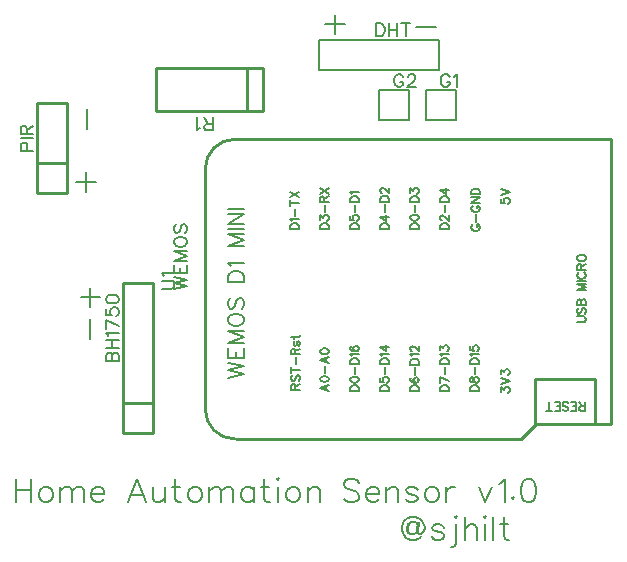
<source format=gto>
G04 Layer: TopSilkLayer*
G04 EasyEDA v6.4.20.6, 2021-08-11T14:47:25--4:00*
G04 69257b7602d440f08016c76432e8c6ee,f06b2ae44ace4e68bcf10d52e37fd181,10*
G04 Gerber Generator version 0.2*
G04 Scale: 100 percent, Rotated: No, Reflected: No *
G04 Dimensions in millimeters *
G04 leading zeros omitted , absolute positions ,4 integer and 5 decimal *
%FSLAX45Y45*%
%MOMM*%

%ADD10C,0.2540*%
%ADD17C,0.2286*%
%ADD18C,0.2032*%
%ADD19C,0.2030*%
%ADD20C,0.1524*%
%ADD21C,0.1778*%

%LPD*%
D18*
X5764529Y2785363D02*
G01*
X5755386Y2803905D01*
X5736843Y2813050D01*
X5709158Y2813050D01*
X5690870Y2803905D01*
X5681472Y2794762D01*
X5672327Y2767076D01*
X5672327Y2739389D01*
X5681472Y2720847D01*
X5700013Y2711450D01*
X5727700Y2711450D01*
X5746241Y2720847D01*
X5755386Y2739389D01*
X5709158Y2813050D02*
G01*
X5690870Y2794762D01*
X5681472Y2767076D01*
X5681472Y2739389D01*
X5690870Y2720847D01*
X5700013Y2711450D01*
X5764529Y2813050D02*
G01*
X5755386Y2739389D01*
X5755386Y2720847D01*
X5773927Y2711450D01*
X5792470Y2711450D01*
X5810758Y2729992D01*
X5820156Y2757678D01*
X5820156Y2776220D01*
X5810758Y2803905D01*
X5801613Y2822447D01*
X5783072Y2840989D01*
X5764529Y2850134D01*
X5736843Y2859278D01*
X5709158Y2859278D01*
X5681472Y2850134D01*
X5662929Y2840989D01*
X5644641Y2822447D01*
X5635243Y2803905D01*
X5626100Y2776220D01*
X5626100Y2748534D01*
X5635243Y2720847D01*
X5644641Y2702305D01*
X5662929Y2683763D01*
X5681472Y2674620D01*
X5709158Y2665476D01*
X5736843Y2665476D01*
X5764529Y2674620D01*
X5783072Y2683763D01*
X5792470Y2693162D01*
X5773927Y2813050D02*
G01*
X5764529Y2739389D01*
X5764529Y2720847D01*
X5773927Y2711450D01*
X5982715Y2767076D02*
G01*
X5973318Y2785363D01*
X5945631Y2794762D01*
X5917945Y2794762D01*
X5890259Y2785363D01*
X5881115Y2767076D01*
X5890259Y2748534D01*
X5908802Y2739389D01*
X5955029Y2729992D01*
X5973318Y2720847D01*
X5982715Y2702305D01*
X5982715Y2693162D01*
X5973318Y2674620D01*
X5945631Y2665476D01*
X5917945Y2665476D01*
X5890259Y2674620D01*
X5881115Y2693162D01*
X6080506Y2859278D02*
G01*
X6089650Y2850134D01*
X6099047Y2859278D01*
X6089650Y2868676D01*
X6080506Y2859278D01*
X6089650Y2794762D02*
G01*
X6089650Y2637789D01*
X6080506Y2609850D01*
X6061963Y2600705D01*
X6043675Y2600705D01*
X6160008Y2859278D02*
G01*
X6160008Y2665476D01*
X6160008Y2757678D02*
G01*
X6187693Y2785363D01*
X6206236Y2794762D01*
X6233922Y2794762D01*
X6252209Y2785363D01*
X6261608Y2757678D01*
X6261608Y2665476D01*
X6322568Y2859278D02*
G01*
X6331711Y2850134D01*
X6341109Y2859278D01*
X6331711Y2868676D01*
X6322568Y2859278D01*
X6331711Y2794762D02*
G01*
X6331711Y2665476D01*
X6402070Y2859278D02*
G01*
X6402070Y2665476D01*
X6490715Y2859278D02*
G01*
X6490715Y2702305D01*
X6499859Y2674620D01*
X6518402Y2665476D01*
X6536690Y2665476D01*
X6463029Y2794762D02*
G01*
X6527545Y2794762D01*
X2362200Y3176778D02*
G01*
X2362200Y2982976D01*
X2491486Y3176778D02*
G01*
X2491486Y2982976D01*
X2362200Y3084576D02*
G01*
X2491486Y3084576D01*
X2598674Y3112262D02*
G01*
X2580131Y3102863D01*
X2561590Y3084576D01*
X2552445Y3056889D01*
X2552445Y3038347D01*
X2561590Y3010662D01*
X2580131Y2992120D01*
X2598674Y2982976D01*
X2626359Y2982976D01*
X2644902Y2992120D01*
X2663190Y3010662D01*
X2672588Y3038347D01*
X2672588Y3056889D01*
X2663190Y3084576D01*
X2644902Y3102863D01*
X2626359Y3112262D01*
X2598674Y3112262D01*
X2733547Y3112262D02*
G01*
X2733547Y2982976D01*
X2733547Y3075178D02*
G01*
X2761234Y3102863D01*
X2779775Y3112262D01*
X2807461Y3112262D01*
X2825750Y3102863D01*
X2835147Y3075178D01*
X2835147Y2982976D01*
X2835147Y3075178D02*
G01*
X2862834Y3102863D01*
X2881375Y3112262D01*
X2909061Y3112262D01*
X2927350Y3102863D01*
X2936747Y3075178D01*
X2936747Y2982976D01*
X2997708Y3056889D02*
G01*
X3108452Y3056889D01*
X3108452Y3075178D01*
X3099308Y3093720D01*
X3089909Y3102863D01*
X3071622Y3112262D01*
X3043936Y3112262D01*
X3025393Y3102863D01*
X3006852Y3084576D01*
X2997708Y3056889D01*
X2997708Y3038347D01*
X3006852Y3010662D01*
X3025393Y2992120D01*
X3043936Y2982976D01*
X3071622Y2982976D01*
X3089909Y2992120D01*
X3108452Y3010662D01*
X3385565Y3176778D02*
G01*
X3311652Y2982976D01*
X3385565Y3176778D02*
G01*
X3459479Y2982976D01*
X3339338Y3047492D02*
G01*
X3431793Y3047492D01*
X3520440Y3112262D02*
G01*
X3520440Y3019805D01*
X3529584Y2992120D01*
X3548125Y2982976D01*
X3575811Y2982976D01*
X3594354Y2992120D01*
X3622040Y3019805D01*
X3622040Y3112262D02*
G01*
X3622040Y2982976D01*
X3710686Y3176778D02*
G01*
X3710686Y3019805D01*
X3719829Y2992120D01*
X3738372Y2982976D01*
X3756913Y2982976D01*
X3683000Y3112262D02*
G01*
X3747770Y3112262D01*
X3864102Y3112262D02*
G01*
X3845559Y3102863D01*
X3827018Y3084576D01*
X3817874Y3056889D01*
X3817874Y3038347D01*
X3827018Y3010662D01*
X3845559Y2992120D01*
X3864102Y2982976D01*
X3891788Y2982976D01*
X3910329Y2992120D01*
X3928618Y3010662D01*
X3938015Y3038347D01*
X3938015Y3056889D01*
X3928618Y3084576D01*
X3910329Y3102863D01*
X3891788Y3112262D01*
X3864102Y3112262D01*
X3998975Y3112262D02*
G01*
X3998975Y2982976D01*
X3998975Y3075178D02*
G01*
X4026661Y3102863D01*
X4044950Y3112262D01*
X4072890Y3112262D01*
X4091177Y3102863D01*
X4100575Y3075178D01*
X4100575Y2982976D01*
X4100575Y3075178D02*
G01*
X4128261Y3102863D01*
X4146550Y3112262D01*
X4174490Y3112262D01*
X4192777Y3102863D01*
X4202175Y3075178D01*
X4202175Y2982976D01*
X4373879Y3112262D02*
G01*
X4373879Y2982976D01*
X4373879Y3084576D02*
G01*
X4355338Y3102863D01*
X4337050Y3112262D01*
X4309109Y3112262D01*
X4290822Y3102863D01*
X4272279Y3084576D01*
X4263136Y3056889D01*
X4263136Y3038347D01*
X4272279Y3010662D01*
X4290822Y2992120D01*
X4309109Y2982976D01*
X4337050Y2982976D01*
X4355338Y2992120D01*
X4373879Y3010662D01*
X4462525Y3176778D02*
G01*
X4462525Y3019805D01*
X4471670Y2992120D01*
X4490211Y2982976D01*
X4508754Y2982976D01*
X4434840Y3112262D02*
G01*
X4499609Y3112262D01*
X4569713Y3176778D02*
G01*
X4578858Y3167634D01*
X4588256Y3176778D01*
X4578858Y3186176D01*
X4569713Y3176778D01*
X4578858Y3112262D02*
G01*
X4578858Y2982976D01*
X4695190Y3112262D02*
G01*
X4676902Y3102863D01*
X4658359Y3084576D01*
X4649215Y3056889D01*
X4649215Y3038347D01*
X4658359Y3010662D01*
X4676902Y2992120D01*
X4695190Y2982976D01*
X4723129Y2982976D01*
X4741418Y2992120D01*
X4759959Y3010662D01*
X4769104Y3038347D01*
X4769104Y3056889D01*
X4759959Y3084576D01*
X4741418Y3102863D01*
X4723129Y3112262D01*
X4695190Y3112262D01*
X4830063Y3112262D02*
G01*
X4830063Y2982976D01*
X4830063Y3075178D02*
G01*
X4857750Y3102863D01*
X4876291Y3112262D01*
X4903977Y3112262D01*
X4922520Y3102863D01*
X4931663Y3075178D01*
X4931663Y2982976D01*
X5264150Y3149092D02*
G01*
X5245861Y3167634D01*
X5218175Y3176778D01*
X5181091Y3176778D01*
X5153406Y3167634D01*
X5134863Y3149092D01*
X5134863Y3130550D01*
X5144261Y3112262D01*
X5153406Y3102863D01*
X5171947Y3093720D01*
X5227320Y3075178D01*
X5245861Y3066034D01*
X5255006Y3056889D01*
X5264150Y3038347D01*
X5264150Y3010662D01*
X5245861Y2992120D01*
X5218175Y2982976D01*
X5181091Y2982976D01*
X5153406Y2992120D01*
X5134863Y3010662D01*
X5325109Y3056889D02*
G01*
X5436108Y3056889D01*
X5436108Y3075178D01*
X5426709Y3093720D01*
X5417565Y3102863D01*
X5399024Y3112262D01*
X5371338Y3112262D01*
X5353050Y3102863D01*
X5334508Y3084576D01*
X5325109Y3056889D01*
X5325109Y3038347D01*
X5334508Y3010662D01*
X5353050Y2992120D01*
X5371338Y2982976D01*
X5399024Y2982976D01*
X5417565Y2992120D01*
X5436108Y3010662D01*
X5497068Y3112262D02*
G01*
X5497068Y2982976D01*
X5497068Y3075178D02*
G01*
X5524754Y3102863D01*
X5543295Y3112262D01*
X5570981Y3112262D01*
X5589270Y3102863D01*
X5598668Y3075178D01*
X5598668Y2982976D01*
X5761227Y3084576D02*
G01*
X5751829Y3102863D01*
X5724143Y3112262D01*
X5696458Y3112262D01*
X5668772Y3102863D01*
X5659627Y3084576D01*
X5668772Y3066034D01*
X5687313Y3056889D01*
X5733541Y3047492D01*
X5751829Y3038347D01*
X5761227Y3019805D01*
X5761227Y3010662D01*
X5751829Y2992120D01*
X5724143Y2982976D01*
X5696458Y2982976D01*
X5668772Y2992120D01*
X5659627Y3010662D01*
X5868415Y3112262D02*
G01*
X5849874Y3102863D01*
X5831331Y3084576D01*
X5822188Y3056889D01*
X5822188Y3038347D01*
X5831331Y3010662D01*
X5849874Y2992120D01*
X5868415Y2982976D01*
X5896102Y2982976D01*
X5914390Y2992120D01*
X5932931Y3010662D01*
X5942329Y3038347D01*
X5942329Y3056889D01*
X5932931Y3084576D01*
X5914390Y3102863D01*
X5896102Y3112262D01*
X5868415Y3112262D01*
X6003290Y3112262D02*
G01*
X6003290Y2982976D01*
X6003290Y3056889D02*
G01*
X6012434Y3084576D01*
X6030975Y3102863D01*
X6049263Y3112262D01*
X6076950Y3112262D01*
X6280150Y3112262D02*
G01*
X6335775Y2982976D01*
X6391147Y3112262D02*
G01*
X6335775Y2982976D01*
X6452108Y3139947D02*
G01*
X6470650Y3149092D01*
X6498336Y3176778D01*
X6498336Y2982976D01*
X6568440Y3028950D02*
G01*
X6559295Y3019805D01*
X6568440Y3010662D01*
X6577584Y3019805D01*
X6568440Y3028950D01*
X6694170Y3176778D02*
G01*
X6666229Y3167634D01*
X6647941Y3139947D01*
X6638543Y3093720D01*
X6638543Y3066034D01*
X6647941Y3019805D01*
X6666229Y2992120D01*
X6694170Y2982976D01*
X6712458Y2982976D01*
X6740143Y2992120D01*
X6758686Y3019805D01*
X6767829Y3066034D01*
X6767829Y3093720D01*
X6758686Y3139947D01*
X6740143Y3167634D01*
X6712458Y3176778D01*
X6694170Y3176778D01*
X2991358Y4800092D02*
G01*
X2991358Y4633976D01*
X2908300Y4717034D02*
G01*
X3074670Y4717034D01*
X2989834Y4533900D02*
G01*
X2989834Y4367529D01*
X2953258Y5777992D02*
G01*
X2953258Y5611876D01*
X2870200Y5694934D02*
G01*
X3036570Y5694934D01*
X2964434Y6311900D02*
G01*
X2964434Y6145529D01*
X5061458Y7111492D02*
G01*
X5061458Y6945376D01*
X4978400Y7028434D02*
G01*
X5144770Y7028434D01*
X5918200Y7005065D02*
G01*
X5751829Y7005065D01*
D20*
X4025900Y6133084D02*
G01*
X4025900Y6242050D01*
X4025900Y6133084D02*
G01*
X3979163Y6133084D01*
X3963670Y6138163D01*
X3958336Y6143497D01*
X3953256Y6153912D01*
X3953256Y6164326D01*
X3958336Y6174739D01*
X3963670Y6179820D01*
X3979163Y6184900D01*
X4025900Y6184900D01*
X3989577Y6184900D02*
G01*
X3953256Y6242050D01*
X3918965Y6153912D02*
G01*
X3908552Y6148578D01*
X3892804Y6133084D01*
X3892804Y6242050D01*
X3123184Y4178300D02*
G01*
X3232150Y4178300D01*
X3123184Y4178300D02*
G01*
X3123184Y4225036D01*
X3128263Y4240529D01*
X3133597Y4245863D01*
X3144011Y4250944D01*
X3154425Y4250944D01*
X3164840Y4245863D01*
X3169920Y4240529D01*
X3175000Y4225036D01*
X3175000Y4178300D02*
G01*
X3175000Y4225036D01*
X3180334Y4240529D01*
X3185413Y4245863D01*
X3195827Y4250944D01*
X3211575Y4250944D01*
X3221990Y4245863D01*
X3227070Y4240529D01*
X3232150Y4225036D01*
X3232150Y4178300D01*
X3123184Y4285234D02*
G01*
X3232150Y4285234D01*
X3123184Y4358131D02*
G01*
X3232150Y4358131D01*
X3175000Y4285234D02*
G01*
X3175000Y4358131D01*
X3144011Y4392421D02*
G01*
X3138677Y4402836D01*
X3123184Y4418329D01*
X3232150Y4418329D01*
X3123184Y4525263D02*
G01*
X3232150Y4473447D01*
X3123184Y4452620D02*
G01*
X3123184Y4525263D01*
X3123184Y4622037D02*
G01*
X3123184Y4569968D01*
X3169920Y4564887D01*
X3164840Y4569968D01*
X3159506Y4585715D01*
X3159506Y4601210D01*
X3164840Y4616704D01*
X3175000Y4627118D01*
X3190747Y4632452D01*
X3201161Y4632452D01*
X3216656Y4627118D01*
X3227070Y4616704D01*
X3232150Y4601210D01*
X3232150Y4585715D01*
X3227070Y4569968D01*
X3221990Y4564887D01*
X3211575Y4559554D01*
X3123184Y4697729D02*
G01*
X3128263Y4682236D01*
X3144011Y4671821D01*
X3169920Y4666742D01*
X3185413Y4666742D01*
X3211575Y4671821D01*
X3227070Y4682236D01*
X3232150Y4697729D01*
X3232150Y4708144D01*
X3227070Y4723892D01*
X3211575Y4734305D01*
X3185413Y4739386D01*
X3169920Y4739386D01*
X3144011Y4734305D01*
X3128263Y4723892D01*
X3123184Y4708144D01*
X3123184Y4697729D01*
X5410200Y7036815D02*
G01*
X5410200Y6927850D01*
X5410200Y7036815D02*
G01*
X5446522Y7036815D01*
X5462270Y7031736D01*
X5472429Y7021321D01*
X5477763Y7010908D01*
X5482843Y6995160D01*
X5482843Y6969252D01*
X5477763Y6953758D01*
X5472429Y6943344D01*
X5462270Y6932929D01*
X5446522Y6927850D01*
X5410200Y6927850D01*
X5517134Y7036815D02*
G01*
X5517134Y6927850D01*
X5590031Y7036815D02*
G01*
X5590031Y6927850D01*
X5517134Y6985000D02*
G01*
X5590031Y6985000D01*
X5660643Y7036815D02*
G01*
X5660643Y6927850D01*
X5624322Y7036815D02*
G01*
X5696965Y7036815D01*
X2399284Y5956300D02*
G01*
X2508250Y5956300D01*
X2399284Y5956300D02*
G01*
X2399284Y6003036D01*
X2404363Y6018529D01*
X2409697Y6023863D01*
X2420111Y6028944D01*
X2435606Y6028944D01*
X2446020Y6023863D01*
X2451100Y6018529D01*
X2456434Y6003036D01*
X2456434Y5956300D01*
X2399284Y6063234D02*
G01*
X2508250Y6063234D01*
X2399284Y6097523D02*
G01*
X2508250Y6097523D01*
X2399284Y6097523D02*
G01*
X2399284Y6144260D01*
X2404363Y6160007D01*
X2409697Y6165087D01*
X2420111Y6170421D01*
X2430525Y6170421D01*
X2440940Y6165087D01*
X2446020Y6160007D01*
X2451100Y6144260D01*
X2451100Y6097523D01*
X2451100Y6134100D02*
G01*
X2508250Y6170421D01*
X3593084Y4787900D02*
G01*
X3671061Y4787900D01*
X3686556Y4792979D01*
X3696970Y4803394D01*
X3702050Y4819142D01*
X3702050Y4829555D01*
X3696970Y4845050D01*
X3686556Y4855463D01*
X3671061Y4860544D01*
X3593084Y4860544D01*
X3613911Y4894834D02*
G01*
X3608577Y4905247D01*
X3593084Y4920995D01*
X3702050Y4920995D01*
D21*
X3699256Y4787900D02*
G01*
X3808222Y4813807D01*
X3699256Y4839970D02*
G01*
X3808222Y4813807D01*
X3699256Y4839970D02*
G01*
X3808222Y4865878D01*
X3699256Y4891786D02*
G01*
X3808222Y4865878D01*
X3699256Y4926076D02*
G01*
X3808222Y4926076D01*
X3699256Y4926076D02*
G01*
X3699256Y4993639D01*
X3751072Y4926076D02*
G01*
X3751072Y4967731D01*
X3808222Y4926076D02*
G01*
X3808222Y4993639D01*
X3699256Y5027929D02*
G01*
X3808222Y5027929D01*
X3699256Y5027929D02*
G01*
X3808222Y5069586D01*
X3699256Y5110987D02*
G01*
X3808222Y5069586D01*
X3699256Y5110987D02*
G01*
X3808222Y5110987D01*
X3699256Y5176520D02*
G01*
X3704336Y5166105D01*
X3714750Y5155692D01*
X3725163Y5150612D01*
X3740911Y5145278D01*
X3766820Y5145278D01*
X3782313Y5150612D01*
X3792727Y5155692D01*
X3803141Y5166105D01*
X3808222Y5176520D01*
X3808222Y5197347D01*
X3803141Y5207762D01*
X3792727Y5218176D01*
X3782313Y5223255D01*
X3766820Y5228589D01*
X3740911Y5228589D01*
X3725163Y5223255D01*
X3714750Y5218176D01*
X3704336Y5207762D01*
X3699256Y5197347D01*
X3699256Y5176520D01*
X3714750Y5335523D02*
G01*
X3704336Y5325110D01*
X3699256Y5309615D01*
X3699256Y5288787D01*
X3704336Y5273039D01*
X3714750Y5262879D01*
X3725163Y5262879D01*
X3735577Y5267960D01*
X3740911Y5273039D01*
X3745991Y5283454D01*
X3756406Y5314695D01*
X3761486Y5325110D01*
X3766820Y5330189D01*
X3777234Y5335523D01*
X3792727Y5335523D01*
X3803141Y5325110D01*
X3808222Y5309615D01*
X3808222Y5288787D01*
X3803141Y5273039D01*
X3792727Y5262879D01*
D20*
X4690874Y3937000D02*
G01*
X4763772Y3937000D01*
X4690874Y3937000D02*
G01*
X4690874Y3968242D01*
X4694430Y3978655D01*
X4697986Y3981957D01*
X4704844Y3985513D01*
X4711702Y3985513D01*
X4718560Y3981957D01*
X4722116Y3978655D01*
X4725672Y3968242D01*
X4725672Y3937000D01*
X4725672Y3961129D02*
G01*
X4763772Y3985513D01*
X4701288Y4056887D02*
G01*
X4694430Y4050029D01*
X4690874Y4039615D01*
X4690874Y4025645D01*
X4694430Y4015231D01*
X4701288Y4008373D01*
X4708400Y4008373D01*
X4715258Y4011929D01*
X4718560Y4015231D01*
X4722116Y4022089D01*
X4728974Y4042918D01*
X4732530Y4050029D01*
X4736086Y4053331D01*
X4742944Y4056887D01*
X4753358Y4056887D01*
X4760216Y4050029D01*
X4763772Y4039615D01*
X4763772Y4025645D01*
X4760216Y4015231D01*
X4753358Y4008373D01*
X4690874Y4103878D02*
G01*
X4763772Y4103878D01*
X4690874Y4079747D02*
G01*
X4690874Y4128262D01*
X4732530Y4151121D02*
G01*
X4732530Y4213352D01*
X4690874Y4236212D02*
G01*
X4763772Y4236212D01*
X4690874Y4236212D02*
G01*
X4690874Y4267454D01*
X4694430Y4277868D01*
X4697986Y4281170D01*
X4704844Y4284726D01*
X4711702Y4284726D01*
X4718560Y4281170D01*
X4722116Y4277868D01*
X4725672Y4267454D01*
X4725672Y4236212D01*
X4725672Y4260595D02*
G01*
X4763772Y4284726D01*
X4725672Y4345686D02*
G01*
X4718560Y4342129D01*
X4715258Y4331970D01*
X4715258Y4321555D01*
X4718560Y4311142D01*
X4725672Y4307586D01*
X4732530Y4311142D01*
X4736086Y4318000D01*
X4739388Y4335271D01*
X4742944Y4342129D01*
X4749802Y4345686D01*
X4753358Y4345686D01*
X4760216Y4342129D01*
X4763772Y4331970D01*
X4763772Y4321555D01*
X4760216Y4311142D01*
X4753358Y4307586D01*
X4690874Y4378960D02*
G01*
X4749802Y4378960D01*
X4760216Y4382515D01*
X4763772Y4389373D01*
X4763772Y4396231D01*
X4715258Y4368545D02*
G01*
X4715258Y4392929D01*
X4936743Y3951986D02*
G01*
X5009641Y3924300D01*
X4936743Y3951986D02*
G01*
X5009641Y3979671D01*
X4985258Y3934713D02*
G01*
X4985258Y3969257D01*
X4936743Y4023360D02*
G01*
X4940300Y4012945D01*
X4950713Y4006087D01*
X4967986Y4002531D01*
X4978400Y4002531D01*
X4995672Y4006087D01*
X5006086Y4012945D01*
X5009641Y4023360D01*
X5009641Y4030218D01*
X5006086Y4040631D01*
X4995672Y4047489D01*
X4978400Y4051045D01*
X4967986Y4051045D01*
X4950713Y4047489D01*
X4940300Y4040631D01*
X4936743Y4030218D01*
X4936743Y4023360D01*
X4978400Y4073905D02*
G01*
X4978400Y4136389D01*
X4936743Y4186936D02*
G01*
X5009641Y4159250D01*
X4936743Y4186936D02*
G01*
X5009641Y4214621D01*
X4985258Y4169410D02*
G01*
X4985258Y4204207D01*
X4936743Y4258310D02*
G01*
X4940300Y4247895D01*
X4950713Y4240784D01*
X4967986Y4237481D01*
X4978400Y4237481D01*
X4995672Y4240784D01*
X5006086Y4247895D01*
X5009641Y4258310D01*
X5009641Y4265168D01*
X5006086Y4275581D01*
X4995672Y4282439D01*
X4978400Y4285995D01*
X4967986Y4285995D01*
X4950713Y4282439D01*
X4940300Y4275581D01*
X4936743Y4265168D01*
X4936743Y4258310D01*
X5190743Y3924300D02*
G01*
X5263641Y3924300D01*
X5190743Y3924300D02*
G01*
X5190743Y3948429D01*
X5194300Y3958844D01*
X5201158Y3965955D01*
X5208270Y3969257D01*
X5218429Y3972813D01*
X5235956Y3972813D01*
X5246370Y3969257D01*
X5253227Y3965955D01*
X5260086Y3958844D01*
X5263641Y3948429D01*
X5263641Y3924300D01*
X5190743Y4016502D02*
G01*
X5194300Y4006087D01*
X5204713Y3999229D01*
X5221986Y3995673D01*
X5232400Y3995673D01*
X5249672Y3999229D01*
X5260086Y4006087D01*
X5263641Y4016502D01*
X5263641Y4023360D01*
X5260086Y4033773D01*
X5249672Y4040631D01*
X5232400Y4044187D01*
X5221986Y4044187D01*
X5204713Y4040631D01*
X5194300Y4033773D01*
X5190743Y4023360D01*
X5190743Y4016502D01*
X5232400Y4067047D02*
G01*
X5232400Y4129278D01*
X5190743Y4152137D02*
G01*
X5263641Y4152137D01*
X5190743Y4152137D02*
G01*
X5190743Y4176521D01*
X5194300Y4186936D01*
X5201158Y4193794D01*
X5208270Y4197350D01*
X5218429Y4200652D01*
X5235956Y4200652D01*
X5246370Y4197350D01*
X5253227Y4193794D01*
X5260086Y4186936D01*
X5263641Y4176521D01*
X5263641Y4152137D01*
X5204713Y4223512D02*
G01*
X5201158Y4230370D01*
X5190743Y4240784D01*
X5263641Y4240784D01*
X5201158Y4305300D02*
G01*
X5194300Y4301744D01*
X5190743Y4291329D01*
X5190743Y4284471D01*
X5194300Y4274057D01*
X5204713Y4267200D01*
X5221986Y4263644D01*
X5239258Y4263644D01*
X5253227Y4267200D01*
X5260086Y4274057D01*
X5263641Y4284471D01*
X5263641Y4288028D01*
X5260086Y4298442D01*
X5253227Y4305300D01*
X5242813Y4308855D01*
X5239258Y4308855D01*
X5228843Y4305300D01*
X5221986Y4298442D01*
X5218429Y4288028D01*
X5218429Y4284471D01*
X5221986Y4274057D01*
X5228843Y4267200D01*
X5239258Y4263644D01*
X5444743Y3924300D02*
G01*
X5517641Y3924300D01*
X5444743Y3924300D02*
G01*
X5444743Y3948429D01*
X5448300Y3958844D01*
X5455158Y3965955D01*
X5462270Y3969257D01*
X5472429Y3972813D01*
X5489956Y3972813D01*
X5500370Y3969257D01*
X5507227Y3965955D01*
X5514086Y3958844D01*
X5517641Y3948429D01*
X5517641Y3924300D01*
X5444743Y4037329D02*
G01*
X5444743Y4002531D01*
X5475986Y3999229D01*
X5472429Y4002531D01*
X5469127Y4012945D01*
X5469127Y4023360D01*
X5472429Y4033773D01*
X5479541Y4040631D01*
X5489956Y4044187D01*
X5496813Y4044187D01*
X5507227Y4040631D01*
X5514086Y4033773D01*
X5517641Y4023360D01*
X5517641Y4012945D01*
X5514086Y4002531D01*
X5510529Y3999229D01*
X5503672Y3995673D01*
X5486400Y4067047D02*
G01*
X5486400Y4129278D01*
X5444743Y4152137D02*
G01*
X5517641Y4152137D01*
X5444743Y4152137D02*
G01*
X5444743Y4176521D01*
X5448300Y4186936D01*
X5455158Y4193794D01*
X5462270Y4197350D01*
X5472429Y4200652D01*
X5489956Y4200652D01*
X5500370Y4197350D01*
X5507227Y4193794D01*
X5514086Y4186936D01*
X5517641Y4176521D01*
X5517641Y4152137D01*
X5458713Y4223512D02*
G01*
X5455158Y4230370D01*
X5444743Y4240784D01*
X5517641Y4240784D01*
X5444743Y4298442D02*
G01*
X5493258Y4263644D01*
X5493258Y4315713D01*
X5444743Y4298442D02*
G01*
X5517641Y4298442D01*
X5698743Y3924300D02*
G01*
X5771641Y3924300D01*
X5698743Y3924300D02*
G01*
X5698743Y3948429D01*
X5702300Y3958844D01*
X5709158Y3965955D01*
X5716270Y3969257D01*
X5726429Y3972813D01*
X5743956Y3972813D01*
X5754370Y3969257D01*
X5761227Y3965955D01*
X5768086Y3958844D01*
X5771641Y3948429D01*
X5771641Y3924300D01*
X5709158Y4037329D02*
G01*
X5702300Y4033773D01*
X5698743Y4023360D01*
X5698743Y4016502D01*
X5702300Y4006087D01*
X5712713Y3999229D01*
X5729986Y3995673D01*
X5747258Y3995673D01*
X5761227Y3999229D01*
X5768086Y4006087D01*
X5771641Y4016502D01*
X5771641Y4019804D01*
X5768086Y4030218D01*
X5761227Y4037329D01*
X5750813Y4040631D01*
X5747258Y4040631D01*
X5736843Y4037329D01*
X5729986Y4030218D01*
X5726429Y4019804D01*
X5726429Y4016502D01*
X5729986Y4006087D01*
X5736843Y3999229D01*
X5747258Y3995673D01*
X5740400Y4063492D02*
G01*
X5740400Y4125976D01*
X5698743Y4148836D02*
G01*
X5771641Y4148836D01*
X5698743Y4148836D02*
G01*
X5698743Y4172965D01*
X5702300Y4183379D01*
X5709158Y4190237D01*
X5716270Y4193794D01*
X5726429Y4197350D01*
X5743956Y4197350D01*
X5754370Y4193794D01*
X5761227Y4190237D01*
X5768086Y4183379D01*
X5771641Y4172965D01*
X5771641Y4148836D01*
X5712713Y4220210D02*
G01*
X5709158Y4227068D01*
X5698743Y4237481D01*
X5771641Y4237481D01*
X5716270Y4263644D02*
G01*
X5712713Y4263644D01*
X5705856Y4267200D01*
X5702300Y4270755D01*
X5698743Y4277613D01*
X5698743Y4291329D01*
X5702300Y4298442D01*
X5705856Y4301744D01*
X5712713Y4305300D01*
X5719572Y4305300D01*
X5726429Y4301744D01*
X5736843Y4294886D01*
X5771641Y4260342D01*
X5771641Y4308855D01*
X5952743Y3924300D02*
G01*
X6025641Y3924300D01*
X5952743Y3924300D02*
G01*
X5952743Y3948429D01*
X5956300Y3958844D01*
X5963158Y3965955D01*
X5970270Y3969257D01*
X5980429Y3972813D01*
X5997956Y3972813D01*
X6008370Y3969257D01*
X6015227Y3965955D01*
X6022086Y3958844D01*
X6025641Y3948429D01*
X6025641Y3924300D01*
X5952743Y4044187D02*
G01*
X6025641Y4009389D01*
X5952743Y3995673D02*
G01*
X5952743Y4044187D01*
X5994400Y4067047D02*
G01*
X5994400Y4129278D01*
X5952743Y4152137D02*
G01*
X6025641Y4152137D01*
X5952743Y4152137D02*
G01*
X5952743Y4176521D01*
X5956300Y4186936D01*
X5963158Y4193794D01*
X5970270Y4197350D01*
X5980429Y4200652D01*
X5997956Y4200652D01*
X6008370Y4197350D01*
X6015227Y4193794D01*
X6022086Y4186936D01*
X6025641Y4176521D01*
X6025641Y4152137D01*
X5966713Y4223512D02*
G01*
X5963158Y4230370D01*
X5952743Y4240784D01*
X6025641Y4240784D01*
X5952743Y4270755D02*
G01*
X5952743Y4308855D01*
X5980429Y4288028D01*
X5980429Y4298442D01*
X5983986Y4305300D01*
X5987541Y4308855D01*
X5997956Y4312157D01*
X6004813Y4312157D01*
X6015227Y4308855D01*
X6022086Y4301744D01*
X6025641Y4291329D01*
X6025641Y4281170D01*
X6022086Y4270755D01*
X6018529Y4267200D01*
X6011672Y4263644D01*
X6206743Y3924300D02*
G01*
X6279641Y3924300D01*
X6206743Y3924300D02*
G01*
X6206743Y3948429D01*
X6210300Y3958844D01*
X6217158Y3965955D01*
X6224270Y3969257D01*
X6234429Y3972813D01*
X6251956Y3972813D01*
X6262370Y3969257D01*
X6269227Y3965955D01*
X6276086Y3958844D01*
X6279641Y3948429D01*
X6279641Y3924300D01*
X6206743Y4012945D02*
G01*
X6210300Y4002531D01*
X6217158Y3999229D01*
X6224270Y3999229D01*
X6231127Y4002531D01*
X6234429Y4009389D01*
X6237986Y4023360D01*
X6241541Y4033773D01*
X6248400Y4040631D01*
X6255258Y4044187D01*
X6265672Y4044187D01*
X6272529Y4040631D01*
X6276086Y4037329D01*
X6279641Y4026915D01*
X6279641Y4012945D01*
X6276086Y4002531D01*
X6272529Y3999229D01*
X6265672Y3995673D01*
X6255258Y3995673D01*
X6248400Y3999229D01*
X6241541Y4006087D01*
X6237986Y4016502D01*
X6234429Y4030218D01*
X6231127Y4037329D01*
X6224270Y4040631D01*
X6217158Y4040631D01*
X6210300Y4037329D01*
X6206743Y4026915D01*
X6206743Y4012945D01*
X6248400Y4067047D02*
G01*
X6248400Y4129278D01*
X6206743Y4152137D02*
G01*
X6279641Y4152137D01*
X6206743Y4152137D02*
G01*
X6206743Y4176521D01*
X6210300Y4186936D01*
X6217158Y4193794D01*
X6224270Y4197350D01*
X6234429Y4200652D01*
X6251956Y4200652D01*
X6262370Y4197350D01*
X6269227Y4193794D01*
X6276086Y4186936D01*
X6279641Y4176521D01*
X6279641Y4152137D01*
X6220713Y4223512D02*
G01*
X6217158Y4230370D01*
X6206743Y4240784D01*
X6279641Y4240784D01*
X6206743Y4305300D02*
G01*
X6206743Y4270755D01*
X6237986Y4267200D01*
X6234429Y4270755D01*
X6231127Y4281170D01*
X6231127Y4291329D01*
X6234429Y4301744D01*
X6241541Y4308855D01*
X6251956Y4312157D01*
X6258813Y4312157D01*
X6269227Y4308855D01*
X6276086Y4301744D01*
X6279641Y4291329D01*
X6279641Y4281170D01*
X6276086Y4270755D01*
X6272529Y4267200D01*
X6265672Y4263644D01*
X6468869Y3918457D02*
G01*
X6468869Y3956557D01*
X6496555Y3935729D01*
X6496555Y3946144D01*
X6500111Y3953255D01*
X6503667Y3956557D01*
X6514081Y3960113D01*
X6520939Y3960113D01*
X6531353Y3956557D01*
X6538211Y3949700D01*
X6541767Y3939286D01*
X6541767Y3928871D01*
X6538211Y3918457D01*
X6534655Y3915155D01*
X6527797Y3911600D01*
X6468869Y3982973D02*
G01*
X6541767Y4010660D01*
X6468869Y4038345D02*
G01*
X6541767Y4010660D01*
X6468869Y4068063D02*
G01*
X6468869Y4106163D01*
X6496555Y4085589D01*
X6496555Y4095750D01*
X6500111Y4102862D01*
X6503667Y4106163D01*
X6514081Y4109720D01*
X6520939Y4109720D01*
X6531353Y4106163D01*
X6538211Y4099305D01*
X6541767Y4088892D01*
X6541767Y4078478D01*
X6538211Y4068063D01*
X6534655Y4064762D01*
X6527797Y4061205D01*
X6468872Y5553455D02*
G01*
X6468872Y5518657D01*
X6500113Y5515355D01*
X6496558Y5518657D01*
X6493256Y5529071D01*
X6493256Y5539486D01*
X6496558Y5549900D01*
X6503670Y5556757D01*
X6514084Y5560313D01*
X6520941Y5560313D01*
X6531356Y5556757D01*
X6538213Y5549900D01*
X6541770Y5539486D01*
X6541770Y5529071D01*
X6538213Y5518657D01*
X6534658Y5515355D01*
X6527800Y5511800D01*
X6468872Y5583173D02*
G01*
X6541770Y5610860D01*
X6468872Y5638545D02*
G01*
X6541770Y5610860D01*
X6232400Y5335270D02*
G01*
X6225288Y5331713D01*
X6218430Y5324855D01*
X6214874Y5317744D01*
X6214874Y5304028D01*
X6218430Y5297170D01*
X6225288Y5290057D01*
X6232400Y5286755D01*
X6242560Y5283200D01*
X6260086Y5283200D01*
X6270500Y5286755D01*
X6277358Y5290057D01*
X6284216Y5297170D01*
X6287772Y5304028D01*
X6287772Y5317744D01*
X6284216Y5324855D01*
X6277358Y5331713D01*
X6270500Y5335270D01*
X6260086Y5335270D01*
X6260086Y5317744D02*
G01*
X6260086Y5335270D01*
X6256530Y5358129D02*
G01*
X6256530Y5420360D01*
X6232400Y5495289D02*
G01*
X6225288Y5491734D01*
X6218430Y5484876D01*
X6214874Y5477763D01*
X6214874Y5464047D01*
X6218430Y5457189D01*
X6225288Y5450078D01*
X6232400Y5446776D01*
X6242560Y5443220D01*
X6260086Y5443220D01*
X6270500Y5446776D01*
X6277358Y5450078D01*
X6284216Y5457189D01*
X6287772Y5464047D01*
X6287772Y5477763D01*
X6284216Y5484876D01*
X6277358Y5491734D01*
X6270500Y5495289D01*
X6260086Y5495289D01*
X6260086Y5477763D02*
G01*
X6260086Y5495289D01*
X6214874Y5518150D02*
G01*
X6287772Y5518150D01*
X6214874Y5518150D02*
G01*
X6287772Y5566410D01*
X6214874Y5566410D02*
G01*
X6287772Y5566410D01*
X6214874Y5589270D02*
G01*
X6287772Y5589270D01*
X6214874Y5589270D02*
G01*
X6214874Y5613654D01*
X6218430Y5624068D01*
X6225288Y5630926D01*
X6232400Y5634481D01*
X6242560Y5637784D01*
X6260086Y5637784D01*
X6270500Y5634481D01*
X6277358Y5630926D01*
X6284216Y5624068D01*
X6287772Y5613654D01*
X6287772Y5589270D01*
X5952743Y5295900D02*
G01*
X6025641Y5295900D01*
X5952743Y5295900D02*
G01*
X5952743Y5320029D01*
X5956300Y5330444D01*
X5963158Y5337555D01*
X5970270Y5340857D01*
X5980429Y5344413D01*
X5997956Y5344413D01*
X6008370Y5340857D01*
X6015227Y5337555D01*
X6022086Y5330444D01*
X6025641Y5320029D01*
X6025641Y5295900D01*
X5970270Y5370829D02*
G01*
X5966713Y5370829D01*
X5959856Y5374131D01*
X5956300Y5377687D01*
X5952743Y5384545D01*
X5952743Y5398515D01*
X5956300Y5405373D01*
X5959856Y5408929D01*
X5966713Y5412231D01*
X5973572Y5412231D01*
X5980429Y5408929D01*
X5990843Y5401818D01*
X6025641Y5367273D01*
X6025641Y5415787D01*
X5994400Y5438647D02*
G01*
X5994400Y5500878D01*
X5952743Y5523737D02*
G01*
X6025641Y5523737D01*
X5952743Y5523737D02*
G01*
X5952743Y5548121D01*
X5956300Y5558536D01*
X5963158Y5565394D01*
X5970270Y5568950D01*
X5980429Y5572252D01*
X5997956Y5572252D01*
X6008370Y5568950D01*
X6015227Y5565394D01*
X6022086Y5558536D01*
X6025641Y5548121D01*
X6025641Y5523737D01*
X5952743Y5629910D02*
G01*
X6001258Y5595112D01*
X6001258Y5647181D01*
X5952743Y5629910D02*
G01*
X6025641Y5629910D01*
X5698743Y5295900D02*
G01*
X5771641Y5295900D01*
X5698743Y5295900D02*
G01*
X5698743Y5320029D01*
X5702300Y5330444D01*
X5709158Y5337555D01*
X5716270Y5340857D01*
X5726429Y5344413D01*
X5743956Y5344413D01*
X5754370Y5340857D01*
X5761227Y5337555D01*
X5768086Y5330444D01*
X5771641Y5320029D01*
X5771641Y5295900D01*
X5698743Y5388102D02*
G01*
X5702300Y5377687D01*
X5712713Y5370829D01*
X5729986Y5367273D01*
X5740400Y5367273D01*
X5757672Y5370829D01*
X5768086Y5377687D01*
X5771641Y5388102D01*
X5771641Y5394960D01*
X5768086Y5405373D01*
X5757672Y5412231D01*
X5740400Y5415787D01*
X5729986Y5415787D01*
X5712713Y5412231D01*
X5702300Y5405373D01*
X5698743Y5394960D01*
X5698743Y5388102D01*
X5740400Y5438647D02*
G01*
X5740400Y5500878D01*
X5698743Y5523737D02*
G01*
X5771641Y5523737D01*
X5698743Y5523737D02*
G01*
X5698743Y5548121D01*
X5702300Y5558536D01*
X5709158Y5565394D01*
X5716270Y5568950D01*
X5726429Y5572252D01*
X5743956Y5572252D01*
X5754370Y5568950D01*
X5761227Y5565394D01*
X5768086Y5558536D01*
X5771641Y5548121D01*
X5771641Y5523737D01*
X5698743Y5601970D02*
G01*
X5698743Y5640070D01*
X5726429Y5619495D01*
X5726429Y5629910D01*
X5729986Y5636768D01*
X5733541Y5640070D01*
X5743956Y5643626D01*
X5750813Y5643626D01*
X5761227Y5640070D01*
X5768086Y5633212D01*
X5771641Y5622797D01*
X5771641Y5612384D01*
X5768086Y5601970D01*
X5764529Y5598668D01*
X5757672Y5595112D01*
X5444743Y5295900D02*
G01*
X5517641Y5295900D01*
X5444743Y5295900D02*
G01*
X5444743Y5320029D01*
X5448300Y5330444D01*
X5455158Y5337555D01*
X5462270Y5340857D01*
X5472429Y5344413D01*
X5489956Y5344413D01*
X5500370Y5340857D01*
X5507227Y5337555D01*
X5514086Y5330444D01*
X5517641Y5320029D01*
X5517641Y5295900D01*
X5444743Y5401818D02*
G01*
X5493258Y5367273D01*
X5493258Y5419089D01*
X5444743Y5401818D02*
G01*
X5517641Y5401818D01*
X5486400Y5441950D02*
G01*
X5486400Y5504434D01*
X5444743Y5527294D02*
G01*
X5517641Y5527294D01*
X5444743Y5527294D02*
G01*
X5444743Y5551423D01*
X5448300Y5561837D01*
X5455158Y5568950D01*
X5462270Y5572252D01*
X5472429Y5575807D01*
X5489956Y5575807D01*
X5500370Y5572252D01*
X5507227Y5568950D01*
X5514086Y5561837D01*
X5517641Y5551423D01*
X5517641Y5527294D01*
X5462270Y5601970D02*
G01*
X5458713Y5601970D01*
X5451856Y5605526D01*
X5448300Y5609081D01*
X5444743Y5615939D01*
X5444743Y5629910D01*
X5448300Y5636768D01*
X5451856Y5640070D01*
X5458713Y5643626D01*
X5465572Y5643626D01*
X5472429Y5640070D01*
X5482843Y5633212D01*
X5517641Y5598668D01*
X5517641Y5647181D01*
X5190743Y5295900D02*
G01*
X5263641Y5295900D01*
X5190743Y5295900D02*
G01*
X5190743Y5320029D01*
X5194300Y5330444D01*
X5201158Y5337555D01*
X5208270Y5340857D01*
X5218429Y5344413D01*
X5235956Y5344413D01*
X5246370Y5340857D01*
X5253227Y5337555D01*
X5260086Y5330444D01*
X5263641Y5320029D01*
X5263641Y5295900D01*
X5190743Y5408929D02*
G01*
X5190743Y5374131D01*
X5221986Y5370829D01*
X5218429Y5374131D01*
X5215127Y5384545D01*
X5215127Y5394960D01*
X5218429Y5405373D01*
X5225541Y5412231D01*
X5235956Y5415787D01*
X5242813Y5415787D01*
X5253227Y5412231D01*
X5260086Y5405373D01*
X5263641Y5394960D01*
X5263641Y5384545D01*
X5260086Y5374131D01*
X5256529Y5370829D01*
X5249672Y5367273D01*
X5232400Y5438647D02*
G01*
X5232400Y5500878D01*
X5190743Y5523737D02*
G01*
X5263641Y5523737D01*
X5190743Y5523737D02*
G01*
X5190743Y5548121D01*
X5194300Y5558536D01*
X5201158Y5565394D01*
X5208270Y5568950D01*
X5218429Y5572252D01*
X5235956Y5572252D01*
X5246370Y5568950D01*
X5253227Y5565394D01*
X5260086Y5558536D01*
X5263641Y5548121D01*
X5263641Y5523737D01*
X5204713Y5595112D02*
G01*
X5201158Y5601970D01*
X5190743Y5612384D01*
X5263641Y5612384D01*
X4936743Y5295900D02*
G01*
X5009641Y5295900D01*
X4936743Y5295900D02*
G01*
X4936743Y5320029D01*
X4940300Y5330444D01*
X4947158Y5337555D01*
X4954270Y5340857D01*
X4964429Y5344413D01*
X4981956Y5344413D01*
X4992370Y5340857D01*
X4999227Y5337555D01*
X5006086Y5330444D01*
X5009641Y5320029D01*
X5009641Y5295900D01*
X4936743Y5374131D02*
G01*
X4936743Y5412231D01*
X4964429Y5391404D01*
X4964429Y5401818D01*
X4967986Y5408929D01*
X4971541Y5412231D01*
X4981956Y5415787D01*
X4988813Y5415787D01*
X4999227Y5412231D01*
X5006086Y5405373D01*
X5009641Y5394960D01*
X5009641Y5384545D01*
X5006086Y5374131D01*
X5002529Y5370829D01*
X4995672Y5367273D01*
X4978400Y5438647D02*
G01*
X4978400Y5500878D01*
X4936743Y5523737D02*
G01*
X5009641Y5523737D01*
X4936743Y5523737D02*
G01*
X4936743Y5554979D01*
X4940300Y5565394D01*
X4943856Y5568950D01*
X4950713Y5572252D01*
X4957572Y5572252D01*
X4964429Y5568950D01*
X4967986Y5565394D01*
X4971541Y5554979D01*
X4971541Y5523737D01*
X4971541Y5548121D02*
G01*
X5009641Y5572252D01*
X4936743Y5595112D02*
G01*
X5009641Y5643626D01*
X4936743Y5643626D02*
G01*
X5009641Y5595112D01*
X4682743Y5295900D02*
G01*
X4755641Y5295900D01*
X4682743Y5295900D02*
G01*
X4682743Y5320029D01*
X4686300Y5330444D01*
X4693158Y5337555D01*
X4700270Y5340857D01*
X4710429Y5344413D01*
X4727956Y5344413D01*
X4738370Y5340857D01*
X4745227Y5337555D01*
X4752086Y5330444D01*
X4755641Y5320029D01*
X4755641Y5295900D01*
X4696713Y5367273D02*
G01*
X4693158Y5374131D01*
X4682743Y5384545D01*
X4755641Y5384545D01*
X4724400Y5407405D02*
G01*
X4724400Y5469889D01*
X4682743Y5516879D02*
G01*
X4755641Y5516879D01*
X4682743Y5492750D02*
G01*
X4682743Y5541010D01*
X4682743Y5563870D02*
G01*
X4755641Y5612384D01*
X4682743Y5612384D02*
G01*
X4755641Y5563870D01*
X4157472Y4038600D02*
G01*
X4291075Y4070350D01*
X4157472Y4102354D02*
G01*
X4291075Y4070350D01*
X4157472Y4102354D02*
G01*
X4291075Y4134104D01*
X4157472Y4165854D02*
G01*
X4291075Y4134104D01*
X4157472Y4207763D02*
G01*
X4291075Y4207763D01*
X4157472Y4207763D02*
G01*
X4157472Y4290568D01*
X4221225Y4207763D02*
G01*
X4221225Y4258818D01*
X4291075Y4207763D02*
G01*
X4291075Y4290568D01*
X4157472Y4332478D02*
G01*
X4291075Y4332478D01*
X4157472Y4332478D02*
G01*
X4291075Y4383531D01*
X4157472Y4434331D02*
G01*
X4291075Y4383531D01*
X4157472Y4434331D02*
G01*
X4291075Y4434331D01*
X4157472Y4514595D02*
G01*
X4163822Y4501895D01*
X4176775Y4489195D01*
X4189475Y4482845D01*
X4208525Y4476495D01*
X4240275Y4476495D01*
X4259325Y4482845D01*
X4272025Y4489195D01*
X4284725Y4501895D01*
X4291075Y4514595D01*
X4291075Y4539995D01*
X4284725Y4552695D01*
X4272025Y4565395D01*
X4259325Y4571745D01*
X4240275Y4578350D01*
X4208525Y4578350D01*
X4189475Y4571745D01*
X4176775Y4565395D01*
X4163822Y4552695D01*
X4157472Y4539995D01*
X4157472Y4514595D01*
X4176775Y4709413D02*
G01*
X4163822Y4696713D01*
X4157472Y4677410D01*
X4157472Y4652010D01*
X4163822Y4632960D01*
X4176775Y4620260D01*
X4189475Y4620260D01*
X4202175Y4626610D01*
X4208525Y4632960D01*
X4214875Y4645660D01*
X4227575Y4683760D01*
X4233925Y4696713D01*
X4240275Y4703063D01*
X4252975Y4709413D01*
X4272025Y4709413D01*
X4284725Y4696713D01*
X4291075Y4677410D01*
X4291075Y4652010D01*
X4284725Y4632960D01*
X4272025Y4620260D01*
X4157472Y4849368D02*
G01*
X4291075Y4849368D01*
X4157472Y4849368D02*
G01*
X4157472Y4893818D01*
X4163822Y4912868D01*
X4176775Y4925568D01*
X4189475Y4932171D01*
X4208525Y4938521D01*
X4240275Y4938521D01*
X4259325Y4932171D01*
X4272025Y4925568D01*
X4284725Y4912868D01*
X4291075Y4893818D01*
X4291075Y4849368D01*
X4183125Y4980431D02*
G01*
X4176775Y4993131D01*
X4157472Y5012181D01*
X4291075Y5012181D01*
X4157472Y5152136D02*
G01*
X4291075Y5152136D01*
X4157472Y5152136D02*
G01*
X4291075Y5203189D01*
X4157472Y5253989D02*
G01*
X4291075Y5203189D01*
X4157472Y5253989D02*
G01*
X4291075Y5253989D01*
X4157472Y5296154D02*
G01*
X4291075Y5296154D01*
X4157472Y5338063D02*
G01*
X4291075Y5338063D01*
X4157472Y5338063D02*
G01*
X4291075Y5427218D01*
X4157472Y5427218D02*
G01*
X4291075Y5427218D01*
X4157472Y5469128D02*
G01*
X4291075Y5469128D01*
X7112000Y4508500D02*
G01*
X7164070Y4508500D01*
X7174484Y4512055D01*
X7181341Y4518913D01*
X7184897Y4529328D01*
X7184897Y4536186D01*
X7181341Y4546600D01*
X7174484Y4553457D01*
X7164070Y4557013D01*
X7112000Y4557013D01*
X7122413Y4628387D02*
G01*
X7115556Y4621529D01*
X7112000Y4611115D01*
X7112000Y4597145D01*
X7115556Y4586731D01*
X7122413Y4579873D01*
X7129525Y4579873D01*
X7136384Y4583429D01*
X7139686Y4586731D01*
X7143241Y4593589D01*
X7150100Y4614418D01*
X7153656Y4621529D01*
X7157211Y4624831D01*
X7164070Y4628387D01*
X7174484Y4628387D01*
X7181341Y4621529D01*
X7184897Y4611115D01*
X7184897Y4597145D01*
X7181341Y4586731D01*
X7174484Y4579873D01*
X7112000Y4651247D02*
G01*
X7184897Y4651247D01*
X7112000Y4651247D02*
G01*
X7112000Y4682489D01*
X7115556Y4692650D01*
X7119111Y4696205D01*
X7125970Y4699762D01*
X7132827Y4699762D01*
X7139686Y4696205D01*
X7143241Y4692650D01*
X7146797Y4682489D01*
X7146797Y4651247D02*
G01*
X7146797Y4682489D01*
X7150100Y4692650D01*
X7153656Y4696205D01*
X7160513Y4699762D01*
X7170927Y4699762D01*
X7177786Y4696205D01*
X7181341Y4692650D01*
X7184897Y4682489D01*
X7184897Y4651247D01*
X7112000Y4775962D02*
G01*
X7184897Y4775962D01*
X7112000Y4775962D02*
G01*
X7184897Y4803647D01*
X7112000Y4831334D02*
G01*
X7184897Y4803647D01*
X7112000Y4831334D02*
G01*
X7184897Y4831334D01*
X7112000Y4854194D02*
G01*
X7184897Y4854194D01*
X7129525Y4928870D02*
G01*
X7122413Y4925568D01*
X7115556Y4918710D01*
X7112000Y4911597D01*
X7112000Y4897881D01*
X7115556Y4890770D01*
X7122413Y4883912D01*
X7129525Y4880610D01*
X7139686Y4877054D01*
X7157211Y4877054D01*
X7167625Y4880610D01*
X7174484Y4883912D01*
X7181341Y4890770D01*
X7184897Y4897881D01*
X7184897Y4911597D01*
X7181341Y4918710D01*
X7174484Y4925568D01*
X7167625Y4928870D01*
X7112000Y4951729D02*
G01*
X7184897Y4951729D01*
X7112000Y4951729D02*
G01*
X7112000Y4982971D01*
X7115556Y4993386D01*
X7119111Y4996942D01*
X7125970Y5000244D01*
X7132827Y5000244D01*
X7139686Y4996942D01*
X7143241Y4993386D01*
X7146797Y4982971D01*
X7146797Y4951729D01*
X7146797Y4976113D02*
G01*
X7184897Y5000244D01*
X7112000Y5043931D02*
G01*
X7115556Y5037073D01*
X7122413Y5030215D01*
X7129525Y5026660D01*
X7139686Y5023104D01*
X7157211Y5023104D01*
X7167625Y5026660D01*
X7174484Y5030215D01*
X7181341Y5037073D01*
X7184897Y5043931D01*
X7184897Y5057902D01*
X7181341Y5064760D01*
X7174484Y5071618D01*
X7167625Y5075173D01*
X7157211Y5078729D01*
X7139686Y5078729D01*
X7129525Y5075173D01*
X7122413Y5071618D01*
X7115556Y5064760D01*
X7112000Y5057902D01*
X7112000Y5043931D01*
X7176770Y3759200D02*
G01*
X7176770Y3832097D01*
X7176770Y3759200D02*
G01*
X7145527Y3759200D01*
X7135113Y3762755D01*
X7131811Y3766312D01*
X7128256Y3773170D01*
X7128256Y3780028D01*
X7131811Y3786886D01*
X7135113Y3790442D01*
X7145527Y3793997D01*
X7176770Y3793997D01*
X7152640Y3793997D02*
G01*
X7128256Y3832097D01*
X7105395Y3759200D02*
G01*
X7105395Y3832097D01*
X7105395Y3759200D02*
G01*
X7060438Y3759200D01*
X7105395Y3793997D02*
G01*
X7077709Y3793997D01*
X7105395Y3832097D02*
G01*
X7060438Y3832097D01*
X6989063Y3769613D02*
G01*
X6995922Y3762755D01*
X7006336Y3759200D01*
X7020306Y3759200D01*
X7030720Y3762755D01*
X7037577Y3769613D01*
X7037577Y3776726D01*
X7034022Y3783584D01*
X7030720Y3786886D01*
X7023608Y3790442D01*
X7002779Y3797300D01*
X6995922Y3800855D01*
X6992620Y3804412D01*
X6989063Y3811270D01*
X6989063Y3821684D01*
X6995922Y3828542D01*
X7006336Y3832097D01*
X7020306Y3832097D01*
X7030720Y3828542D01*
X7037577Y3821684D01*
X6966204Y3759200D02*
G01*
X6966204Y3832097D01*
X6966204Y3759200D02*
G01*
X6921245Y3759200D01*
X6966204Y3793997D02*
G01*
X6938518Y3793997D01*
X6966204Y3832097D02*
G01*
X6921245Y3832097D01*
X6874002Y3759200D02*
G01*
X6874002Y3832097D01*
X6898386Y3759200D02*
G01*
X6849872Y3759200D01*
X6034277Y6581647D02*
G01*
X6028943Y6592062D01*
X6018529Y6602476D01*
X6008370Y6607555D01*
X5987541Y6607555D01*
X5977127Y6602476D01*
X5966713Y6592062D01*
X5961379Y6581647D01*
X5956300Y6565900D01*
X5956300Y6539992D01*
X5961379Y6524497D01*
X5966713Y6514084D01*
X5977127Y6503670D01*
X5987541Y6498589D01*
X6008370Y6498589D01*
X6018529Y6503670D01*
X6028943Y6514084D01*
X6034277Y6524497D01*
X6034277Y6539992D01*
X6008370Y6539992D02*
G01*
X6034277Y6539992D01*
X6068568Y6586728D02*
G01*
X6078981Y6592062D01*
X6094475Y6607555D01*
X6094475Y6498589D01*
X5640577Y6581647D02*
G01*
X5635243Y6592062D01*
X5624829Y6602476D01*
X5614670Y6607555D01*
X5593841Y6607555D01*
X5583427Y6602476D01*
X5573013Y6592062D01*
X5567679Y6581647D01*
X5562600Y6565900D01*
X5562600Y6539992D01*
X5567679Y6524497D01*
X5573013Y6514084D01*
X5583427Y6503670D01*
X5593841Y6498589D01*
X5614670Y6498589D01*
X5624829Y6503670D01*
X5635243Y6514084D01*
X5640577Y6524497D01*
X5640577Y6539992D01*
X5614670Y6539992D02*
G01*
X5640577Y6539992D01*
X5679947Y6581647D02*
G01*
X5679947Y6586728D01*
X5685281Y6597142D01*
X5690361Y6602476D01*
X5700775Y6607555D01*
X5721604Y6607555D01*
X5732018Y6602476D01*
X5737097Y6597142D01*
X5742431Y6586728D01*
X5742431Y6576313D01*
X5737097Y6565900D01*
X5726684Y6550405D01*
X5674868Y6498589D01*
X5747511Y6498589D01*
D17*
X4317974Y6654774D02*
G01*
X4317974Y6299174D01*
D10*
X4450486Y6296990D02*
G01*
X3550488Y6296990D01*
X3550488Y6656984D01*
X4450486Y6656984D01*
X4450486Y6296990D01*
X3263900Y4838700D02*
G01*
X3263900Y3759200D01*
X3263900Y3827543D02*
G01*
X3517900Y3827543D01*
X3263900Y3759200D02*
G01*
X3263900Y3568700D01*
X3517900Y3568700D01*
X3517900Y4838700D01*
X3263900Y4838700D01*
D18*
X5943600Y6896100D02*
G01*
X5943600Y6642100D01*
X4927600Y6642100D01*
X4927600Y6896100D01*
X5118100Y6896100D01*
D19*
X5943600Y6896100D02*
G01*
X5118100Y6896100D01*
D10*
X2540000Y5600700D02*
G01*
X2540000Y6362700D01*
X2794000Y6362700D01*
X2794000Y5600700D02*
G01*
X2794000Y6362700D01*
X2540000Y5600700D02*
G01*
X2794000Y5600700D01*
X2540000Y5859543D02*
G01*
X2794000Y5859543D01*
X4220972Y3517900D02*
G01*
X6633972Y3517900D01*
X4220972Y6057900D02*
G01*
X7395972Y6057900D01*
X7395972Y3644900D01*
X6633972Y3517900D02*
G01*
X6760972Y3644900D01*
X7395972Y3644900D01*
X6756400Y4025900D02*
G01*
X6756400Y3644900D01*
X7264400Y3644900D01*
X7264400Y4025900D01*
X6756400Y4025900D01*
X3962400Y3771900D02*
G01*
X3962400Y5803900D01*
D18*
X6083300Y6223000D02*
G01*
X5829300Y6223000D01*
X5829300Y6477000D01*
X6083300Y6477000D01*
X6083300Y6286500D01*
D19*
X6083300Y6223000D02*
G01*
X6083300Y6286500D01*
D18*
X5689600Y6223000D02*
G01*
X5435600Y6223000D01*
X5435600Y6477000D01*
X5689600Y6477000D01*
X5689600Y6286500D01*
D19*
X5689600Y6223000D02*
G01*
X5689600Y6286500D01*
D10*
G75*
G01*
X3962403Y5803897D02*
G02*
X4216403Y6057897I253999J1D01*
G75*
G01*
X4216403Y3517903D02*
G02*
X3962403Y3771903I-1J253999D01*
M02*

</source>
